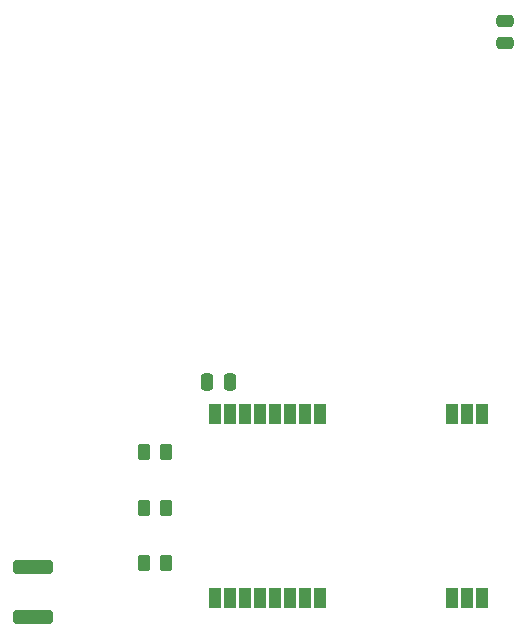
<source format=gtp>
G04 #@! TF.GenerationSoftware,KiCad,Pcbnew,(6.0.2)*
G04 #@! TF.CreationDate,2022-09-28T01:41:44+02:00*
G04 #@! TF.ProjectId,LoRa-Gateway-E220,4c6f5261-2d47-4617-9465-7761792d4532,v1r1a*
G04 #@! TF.SameCoordinates,Original*
G04 #@! TF.FileFunction,Paste,Top*
G04 #@! TF.FilePolarity,Positive*
%FSLAX46Y46*%
G04 Gerber Fmt 4.6, Leading zero omitted, Abs format (unit mm)*
G04 Created by KiCad (PCBNEW (6.0.2)) date 2022-09-28 01:41:44*
%MOMM*%
%LPD*%
G01*
G04 APERTURE LIST*
G04 Aperture macros list*
%AMRoundRect*
0 Rectangle with rounded corners*
0 $1 Rounding radius*
0 $2 $3 $4 $5 $6 $7 $8 $9 X,Y pos of 4 corners*
0 Add a 4 corners polygon primitive as box body*
4,1,4,$2,$3,$4,$5,$6,$7,$8,$9,$2,$3,0*
0 Add four circle primitives for the rounded corners*
1,1,$1+$1,$2,$3*
1,1,$1+$1,$4,$5*
1,1,$1+$1,$6,$7*
1,1,$1+$1,$8,$9*
0 Add four rect primitives between the rounded corners*
20,1,$1+$1,$2,$3,$4,$5,0*
20,1,$1+$1,$4,$5,$6,$7,0*
20,1,$1+$1,$6,$7,$8,$9,0*
20,1,$1+$1,$8,$9,$2,$3,0*%
G04 Aperture macros list end*
%ADD10RoundRect,0.250000X0.475000X-0.250000X0.475000X0.250000X-0.475000X0.250000X-0.475000X-0.250000X0*%
%ADD11RoundRect,0.250000X-0.262500X-0.450000X0.262500X-0.450000X0.262500X0.450000X-0.262500X0.450000X0*%
%ADD12R,1.000000X1.800000*%
%ADD13RoundRect,0.250000X-1.450000X0.312500X-1.450000X-0.312500X1.450000X-0.312500X1.450000X0.312500X0*%
%ADD14RoundRect,0.250000X-0.250000X-0.475000X0.250000X-0.475000X0.250000X0.475000X-0.250000X0.475000X0*%
G04 APERTURE END LIST*
D10*
X157850000Y-45100000D03*
X157850000Y-43200000D03*
D11*
X127287500Y-84400000D03*
X129112500Y-84400000D03*
D12*
X133290000Y-92067500D03*
X134560000Y-92067500D03*
X135830000Y-92067500D03*
X137100000Y-92067500D03*
X138370000Y-92067500D03*
X139640000Y-92067500D03*
X140910000Y-92067500D03*
X142180000Y-92067500D03*
X153380000Y-92067500D03*
X154650000Y-92067500D03*
X155920000Y-92067500D03*
X155920000Y-76467500D03*
X154650000Y-76467500D03*
X153380000Y-76467500D03*
X142180000Y-76467500D03*
X140910000Y-76467500D03*
X139640000Y-76467500D03*
X138370000Y-76467500D03*
X137100000Y-76467500D03*
X135830000Y-76467500D03*
X134560000Y-76467500D03*
X133290000Y-76467500D03*
D11*
X127287500Y-79700000D03*
X129112500Y-79700000D03*
D13*
X117850000Y-89400000D03*
X117850000Y-93675000D03*
D11*
X127287500Y-89100000D03*
X129112500Y-89100000D03*
D14*
X132650000Y-73800000D03*
X134550000Y-73800000D03*
M02*

</source>
